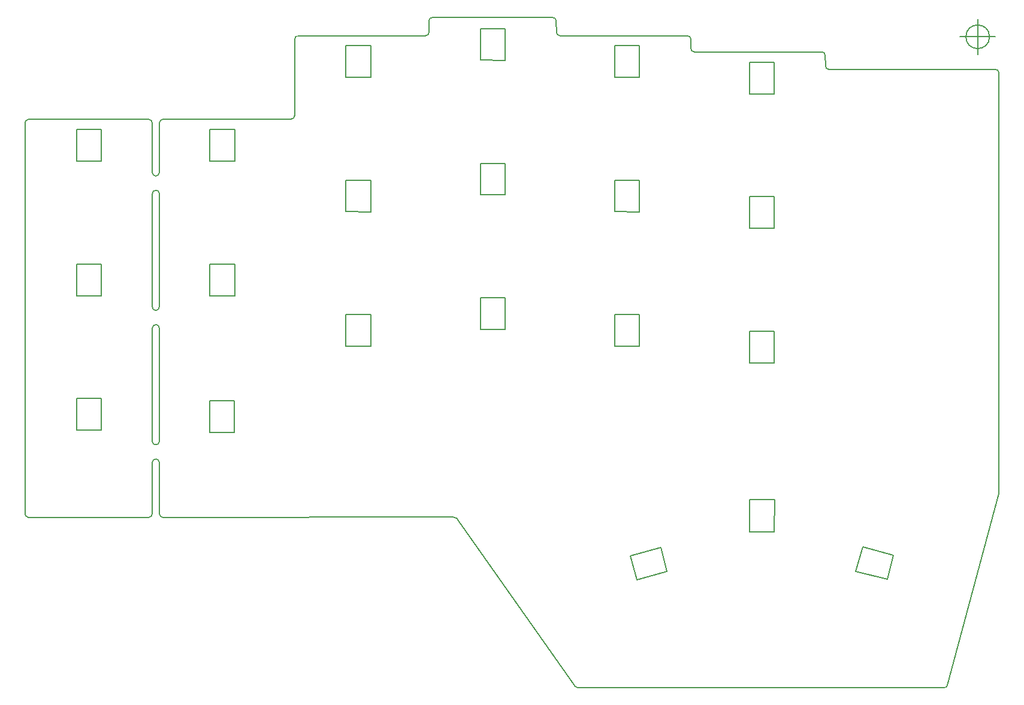
<source format=gbr>
G04 #@! TF.GenerationSoftware,KiCad,Pcbnew,5.1.9*
G04 #@! TF.CreationDate,2021-03-14T11:22:16+01:00*
G04 #@! TF.ProjectId,thorne-classic,74686f72-6e65-42d6-936c-61737369632e,1.1*
G04 #@! TF.SameCoordinates,Original*
G04 #@! TF.FileFunction,Profile,NP*
%FSLAX46Y46*%
G04 Gerber Fmt 4.6, Leading zero omitted, Abs format (unit mm)*
G04 Created by KiCad (PCBNEW 5.1.9) date 2021-03-14 11:22:16*
%MOMM*%
%LPD*%
G01*
G04 APERTURE LIST*
G04 #@! TA.AperFunction,Profile*
%ADD10C,0.150000*%
G04 #@! TD*
G04 APERTURE END LIST*
D10*
X190010883Y-155407582D02*
G75*
G03*
X190542963Y-155039410I49117J497582D01*
G01*
X137956447Y-155253553D02*
G75*
G03*
X138310000Y-155400000I353553J353553D01*
G01*
X137956447Y-155253553D02*
X121133553Y-131456447D01*
X190010883Y-155407582D02*
X138310000Y-155400000D01*
X197800000Y-127960000D02*
X190542963Y-155039410D01*
X196466666Y-63400000D02*
G75*
G03*
X196466666Y-63400000I-1666666J0D01*
G01*
X192300000Y-63400000D02*
X197300000Y-63400000D01*
X194800000Y-60900000D02*
X194800000Y-65900000D01*
X173260000Y-66030000D02*
X173280000Y-67500000D01*
X173260000Y-66030000D02*
G75*
G03*
X172760000Y-65530000I-500000J0D01*
G01*
X173280000Y-67500000D02*
G75*
G03*
X173780000Y-68000000I500000J0D01*
G01*
X197300000Y-68000000D02*
X173780000Y-68000000D01*
X121133553Y-131456447D02*
G75*
G03*
X120780000Y-131310000I-353553J-353553D01*
G01*
X60170000Y-130830000D02*
G75*
G03*
X60670000Y-131330000I500000J0D01*
G01*
X60670000Y-75080000D02*
G75*
G03*
X60170000Y-75580000I0J-500000D01*
G01*
X77670000Y-131330000D02*
G75*
G03*
X78170000Y-130830000I0J500000D01*
G01*
X79170000Y-130830000D02*
G75*
G03*
X79670000Y-131330000I500000J0D01*
G01*
X78670000Y-123080000D02*
G75*
G03*
X78170000Y-123580000I0J-500000D01*
G01*
X79170000Y-123580000D02*
G75*
G03*
X78670000Y-123080000I-500000J0D01*
G01*
X78670000Y-121080000D02*
G75*
G03*
X79170000Y-120580000I0J500000D01*
G01*
X78170000Y-120580000D02*
G75*
G03*
X78670000Y-121080000I500000J0D01*
G01*
X78670000Y-104080000D02*
G75*
G03*
X78170000Y-104580000I0J-500000D01*
G01*
X79170000Y-104580000D02*
G75*
G03*
X78670000Y-104080000I-500000J0D01*
G01*
X78170000Y-101580000D02*
G75*
G03*
X78670000Y-102080000I500000J0D01*
G01*
X78670000Y-102080000D02*
G75*
G03*
X79170000Y-101580000I0J500000D01*
G01*
X78170000Y-75580000D02*
G75*
G03*
X77670000Y-75080000I-500000J0D01*
G01*
X79670000Y-75080000D02*
G75*
G03*
X79170000Y-75580000I0J-500000D01*
G01*
X79170000Y-85580000D02*
G75*
G03*
X78670000Y-85080000I-500000J0D01*
G01*
X78670000Y-85080000D02*
G75*
G03*
X78170000Y-85580000I0J-500000D01*
G01*
X78670000Y-83080000D02*
G75*
G03*
X79170000Y-82580000I0J500000D01*
G01*
X78170000Y-82580000D02*
G75*
G03*
X78670000Y-83080000I500000J0D01*
G01*
X97780000Y-75030000D02*
G75*
G03*
X98280000Y-74530000I0J500000D01*
G01*
X98780000Y-63250000D02*
G75*
G03*
X98280000Y-63750000I0J-500000D01*
G01*
X116780000Y-63250000D02*
G75*
G03*
X117280000Y-62750000I0J500000D01*
G01*
X117750000Y-60670000D02*
G75*
G03*
X117250000Y-61170000I0J-500000D01*
G01*
X135250000Y-61170000D02*
G75*
G03*
X134750000Y-60670000I-500000J0D01*
G01*
X135280000Y-62750000D02*
G75*
G03*
X135780000Y-63250000I500000J0D01*
G01*
X154280000Y-63750000D02*
G75*
G03*
X153780000Y-63250000I-500000J0D01*
G01*
X154260000Y-65030000D02*
G75*
G03*
X154760000Y-65530000I500000J0D01*
G01*
X197800000Y-68500000D02*
G75*
G03*
X197300000Y-68000000I-500000J0D01*
G01*
X150925643Y-138984694D02*
X150019777Y-135603955D01*
X197800000Y-68500000D02*
X197800000Y-127960000D01*
X78170000Y-130830000D02*
X78170000Y-123580000D01*
X120780000Y-131310000D02*
X79670000Y-131330000D01*
X79170000Y-123580000D02*
X79170000Y-130830000D01*
X78170000Y-120580000D02*
X78170000Y-104580000D01*
X79170000Y-104580000D02*
X79170000Y-120580000D01*
X79170000Y-101580000D02*
X79170000Y-85580000D01*
X78170000Y-85580000D02*
X78170000Y-101580000D01*
X77670000Y-75080000D02*
X60670000Y-75080000D01*
X79170000Y-82580000D02*
X79170000Y-75580000D01*
X78170000Y-75580000D02*
X78170000Y-82580000D01*
X178529420Y-135495270D02*
X177593093Y-138955514D01*
X182891813Y-136707504D02*
X178529420Y-135495270D01*
X182026197Y-140045274D02*
X182891813Y-136707504D01*
X177593093Y-138955514D02*
X182026197Y-140045274D01*
X166100921Y-128796349D02*
X162583837Y-128807000D01*
X166080614Y-133357005D02*
X166100921Y-128796349D01*
X162563529Y-133367657D02*
X166080614Y-133357005D01*
X162583837Y-128807000D02*
X162563529Y-133367657D01*
X146627273Y-140136439D02*
X150925643Y-138984694D01*
X145721407Y-136755700D02*
X146627273Y-140136439D01*
X150019777Y-135603955D02*
X145721407Y-136755700D01*
X166030000Y-105000000D02*
X162530000Y-105000000D01*
X166030000Y-109500000D02*
X166030000Y-105000000D01*
X162530000Y-109500000D02*
X166030000Y-109500000D01*
X162530000Y-105000000D02*
X162530000Y-109500000D01*
X147030000Y-102650000D02*
X143530000Y-102650000D01*
X147030000Y-107150000D02*
X147030000Y-102650000D01*
X143530000Y-107100000D02*
X147030000Y-107150000D01*
X143530000Y-102650000D02*
X143530000Y-107100000D01*
X128030000Y-100300000D02*
X124530000Y-100300000D01*
X128030000Y-104750000D02*
X128030000Y-100300000D01*
X124530000Y-104750000D02*
X128030000Y-104750000D01*
X124530000Y-100300000D02*
X124530000Y-104750000D01*
X109030000Y-102650000D02*
X105530000Y-102650000D01*
X109030000Y-107150000D02*
X109030000Y-102650000D01*
X105530000Y-107100000D02*
X109030000Y-107150000D01*
X105530000Y-102650000D02*
X105530000Y-107100000D01*
X166030000Y-86000000D02*
X162530000Y-86000000D01*
X166030000Y-90500000D02*
X166030000Y-86000000D01*
X162530000Y-90500000D02*
X166030000Y-90500000D01*
X162530000Y-86000000D02*
X162530000Y-90500000D01*
X147030000Y-83650000D02*
X143530000Y-83650000D01*
X147030000Y-88150000D02*
X147030000Y-83650000D01*
X143530000Y-88100000D02*
X147030000Y-88150000D01*
X143530000Y-83650000D02*
X143530000Y-88100000D01*
X128030000Y-81300000D02*
X124530000Y-81300000D01*
X128030000Y-85750000D02*
X128030000Y-81300000D01*
X124530000Y-85750000D02*
X128030000Y-85750000D01*
X124530000Y-81300000D02*
X124530000Y-85750000D01*
X109030000Y-83650000D02*
X105530000Y-83650000D01*
X109030000Y-88150000D02*
X109030000Y-83650000D01*
X105530000Y-88100000D02*
X109030000Y-88150000D01*
X105530000Y-83650000D02*
X105530000Y-88100000D01*
X166030000Y-67000000D02*
X162530000Y-67000000D01*
X166030000Y-71500000D02*
X166030000Y-67000000D01*
X162530000Y-71500000D02*
X166030000Y-71500000D01*
X162530000Y-67000000D02*
X162530000Y-71500000D01*
X147030000Y-64650000D02*
X143530000Y-64650000D01*
X147030000Y-69150000D02*
X147030000Y-64650000D01*
X143530000Y-69100000D02*
X147030000Y-69150000D01*
X143530000Y-64650000D02*
X143530000Y-69100000D01*
X128030000Y-62250000D02*
X124530000Y-62250000D01*
X128030000Y-66750000D02*
X128030000Y-62250000D01*
X124530000Y-66700000D02*
X128030000Y-66750000D01*
X124530000Y-62250000D02*
X124530000Y-66700000D01*
X109030000Y-64650000D02*
X105530000Y-64650000D01*
X109030000Y-69150000D02*
X109030000Y-64650000D01*
X105530000Y-69100000D02*
X109030000Y-69150000D01*
X105530000Y-64650000D02*
X105530000Y-69100000D01*
X89770000Y-114830000D02*
X86270000Y-114830000D01*
X89770000Y-119330000D02*
X89770000Y-114830000D01*
X86270000Y-119330000D02*
X89770000Y-119330000D01*
X86270000Y-114830000D02*
X86270000Y-119330000D01*
X70990000Y-114520000D02*
X67490000Y-114520000D01*
X70990000Y-119020000D02*
X70990000Y-114520000D01*
X67490000Y-119020000D02*
X70990000Y-119020000D01*
X67490000Y-114520000D02*
X67490000Y-119020000D01*
X89810000Y-95520000D02*
X86310000Y-95520000D01*
X89810000Y-100020000D02*
X89810000Y-95520000D01*
X86310000Y-100020000D02*
X89810000Y-100020000D01*
X86310000Y-95520000D02*
X86310000Y-100020000D01*
X70990000Y-95520000D02*
X67490000Y-95520000D01*
X70990000Y-100020000D02*
X70990000Y-95520000D01*
X67490000Y-100020000D02*
X70990000Y-100020000D01*
X67490000Y-95520000D02*
X67490000Y-100020000D01*
X89810000Y-76520000D02*
X86310000Y-76520000D01*
X89810000Y-81020000D02*
X89810000Y-76520000D01*
X86310000Y-81020000D02*
X89810000Y-81020000D01*
X86310000Y-76520000D02*
X86310000Y-81020000D01*
X70990000Y-76520000D02*
X67490000Y-76520000D01*
X70990000Y-81020000D02*
X70990000Y-76520000D01*
X67490000Y-81020000D02*
X70990000Y-81020000D01*
X67490000Y-76520000D02*
X67490000Y-81020000D01*
X60670000Y-131330000D02*
X77670000Y-131330000D01*
X60170000Y-75580000D02*
X60170000Y-130830000D01*
X97780000Y-75030000D02*
X79670000Y-75080000D01*
X98280000Y-63750000D02*
X98280000Y-74530000D01*
X116780000Y-63250000D02*
X98780000Y-63250000D01*
X117250000Y-61170000D02*
X117280000Y-62750000D01*
X134750000Y-60670000D02*
X117750000Y-60670000D01*
X135280000Y-62750000D02*
X135250000Y-61170000D01*
X153780000Y-63250000D02*
X135780000Y-63250000D01*
X154260000Y-65030000D02*
X154280000Y-63750000D01*
X172760000Y-65530000D02*
X154760000Y-65530000D01*
M02*

</source>
